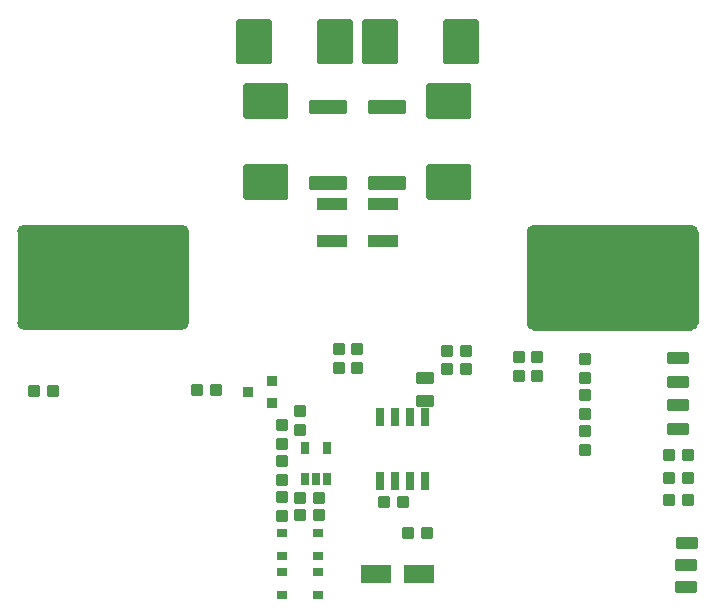
<source format=gtp>
G04*
G04 #@! TF.GenerationSoftware,Altium Limited,Altium Designer,23.10.1 (27)*
G04*
G04 Layer_Color=8421504*
%FSLAX25Y25*%
%MOIN*%
G70*
G04*
G04 #@! TF.SameCoordinates,48329E4E-80D2-4777-9540-AAF0B2507E0B*
G04*
G04*
G04 #@! TF.FilePolarity,Positive*
G04*
G01*
G75*
%ADD10C,0.01000*%
%ADD17R,0.55800X0.33500*%
G04:AMPARAMS|DCode=18|XSize=37mil|YSize=39mil|CornerRadius=1.85mil|HoleSize=0mil|Usage=FLASHONLY|Rotation=0.000|XOffset=0mil|YOffset=0mil|HoleType=Round|Shape=RoundedRectangle|*
%AMROUNDEDRECTD18*
21,1,0.03700,0.03530,0,0,0.0*
21,1,0.03330,0.03900,0,0,0.0*
1,1,0.00370,0.01665,-0.01765*
1,1,0.00370,-0.01665,-0.01765*
1,1,0.00370,-0.01665,0.01765*
1,1,0.00370,0.01665,0.01765*
%
%ADD18ROUNDEDRECTD18*%
G04:AMPARAMS|DCode=19|XSize=31mil|YSize=35mil|CornerRadius=1.55mil|HoleSize=0mil|Usage=FLASHONLY|Rotation=270.000|XOffset=0mil|YOffset=0mil|HoleType=Round|Shape=RoundedRectangle|*
%AMROUNDEDRECTD19*
21,1,0.03100,0.03190,0,0,270.0*
21,1,0.02790,0.03500,0,0,270.0*
1,1,0.00310,-0.01595,-0.01395*
1,1,0.00310,-0.01595,0.01395*
1,1,0.00310,0.01595,0.01395*
1,1,0.00310,0.01595,-0.01395*
%
%ADD19ROUNDEDRECTD19*%
G04:AMPARAMS|DCode=20|XSize=63mil|YSize=102mil|CornerRadius=7.88mil|HoleSize=0mil|Usage=FLASHONLY|Rotation=270.000|XOffset=0mil|YOffset=0mil|HoleType=Round|Shape=RoundedRectangle|*
%AMROUNDEDRECTD20*
21,1,0.06300,0.08625,0,0,270.0*
21,1,0.04725,0.10200,0,0,270.0*
1,1,0.01575,-0.04313,-0.02362*
1,1,0.01575,-0.04313,0.02362*
1,1,0.01575,0.04313,0.02362*
1,1,0.01575,0.04313,-0.02362*
%
%ADD20ROUNDEDRECTD20*%
G04:AMPARAMS|DCode=21|XSize=37mil|YSize=39mil|CornerRadius=1.85mil|HoleSize=0mil|Usage=FLASHONLY|Rotation=270.000|XOffset=0mil|YOffset=0mil|HoleType=Round|Shape=RoundedRectangle|*
%AMROUNDEDRECTD21*
21,1,0.03700,0.03530,0,0,270.0*
21,1,0.03330,0.03900,0,0,270.0*
1,1,0.00370,-0.01765,-0.01665*
1,1,0.00370,-0.01765,0.01665*
1,1,0.00370,0.01765,0.01665*
1,1,0.00370,0.01765,-0.01665*
%
%ADD21ROUNDEDRECTD21*%
G04:AMPARAMS|DCode=22|XSize=71mil|YSize=39mil|CornerRadius=4.88mil|HoleSize=0mil|Usage=FLASHONLY|Rotation=0.000|XOffset=0mil|YOffset=0mil|HoleType=Round|Shape=RoundedRectangle|*
%AMROUNDEDRECTD22*
21,1,0.07100,0.02925,0,0,0.0*
21,1,0.06125,0.03900,0,0,0.0*
1,1,0.00975,0.03063,-0.01463*
1,1,0.00975,-0.03063,-0.01463*
1,1,0.00975,-0.03063,0.01463*
1,1,0.00975,0.03063,0.01463*
%
%ADD22ROUNDEDRECTD22*%
G04:AMPARAMS|DCode=23|XSize=61mil|YSize=24mil|CornerRadius=1.2mil|HoleSize=0mil|Usage=FLASHONLY|Rotation=90.000|XOffset=0mil|YOffset=0mil|HoleType=Round|Shape=RoundedRectangle|*
%AMROUNDEDRECTD23*
21,1,0.06100,0.02160,0,0,90.0*
21,1,0.05860,0.02400,0,0,90.0*
1,1,0.00240,0.01080,0.02930*
1,1,0.00240,0.01080,-0.02930*
1,1,0.00240,-0.01080,-0.02930*
1,1,0.00240,-0.01080,0.02930*
%
%ADD23ROUNDEDRECTD23*%
G04:AMPARAMS|DCode=24|XSize=24mil|YSize=41mil|CornerRadius=1.2mil|HoleSize=0mil|Usage=FLASHONLY|Rotation=0.000|XOffset=0mil|YOffset=0mil|HoleType=Round|Shape=RoundedRectangle|*
%AMROUNDEDRECTD24*
21,1,0.02400,0.03860,0,0,0.0*
21,1,0.02160,0.04100,0,0,0.0*
1,1,0.00240,0.01080,-0.01930*
1,1,0.00240,-0.01080,-0.01930*
1,1,0.00240,-0.01080,0.01930*
1,1,0.00240,0.01080,0.01930*
%
%ADD24ROUNDEDRECTD24*%
G04:AMPARAMS|DCode=25|XSize=49mil|YSize=125mil|CornerRadius=6.13mil|HoleSize=0mil|Usage=FLASHONLY|Rotation=90.000|XOffset=0mil|YOffset=0mil|HoleType=Round|Shape=RoundedRectangle|*
%AMROUNDEDRECTD25*
21,1,0.04900,0.11275,0,0,90.0*
21,1,0.03675,0.12500,0,0,90.0*
1,1,0.01225,0.05638,0.01838*
1,1,0.01225,0.05638,-0.01838*
1,1,0.01225,-0.05638,-0.01838*
1,1,0.01225,-0.05638,0.01838*
%
%ADD25ROUNDEDRECTD25*%
G04:AMPARAMS|DCode=26|XSize=150mil|YSize=119mil|CornerRadius=5.95mil|HoleSize=0mil|Usage=FLASHONLY|Rotation=0.000|XOffset=0mil|YOffset=0mil|HoleType=Round|Shape=RoundedRectangle|*
%AMROUNDEDRECTD26*
21,1,0.15000,0.10710,0,0,0.0*
21,1,0.13810,0.11900,0,0,0.0*
1,1,0.01190,0.06905,-0.05355*
1,1,0.01190,-0.06905,-0.05355*
1,1,0.01190,-0.06905,0.05355*
1,1,0.01190,0.06905,0.05355*
%
%ADD26ROUNDEDRECTD26*%
G04:AMPARAMS|DCode=27|XSize=150mil|YSize=119mil|CornerRadius=5.95mil|HoleSize=0mil|Usage=FLASHONLY|Rotation=90.000|XOffset=0mil|YOffset=0mil|HoleType=Round|Shape=RoundedRectangle|*
%AMROUNDEDRECTD27*
21,1,0.15000,0.10710,0,0,90.0*
21,1,0.13810,0.11900,0,0,90.0*
1,1,0.01190,0.05355,0.06905*
1,1,0.01190,0.05355,-0.06905*
1,1,0.01190,-0.05355,-0.06905*
1,1,0.01190,-0.05355,0.06905*
%
%ADD27ROUNDEDRECTD27*%
G04:AMPARAMS|DCode=28|XSize=31.5mil|YSize=26mil|CornerRadius=1.3mil|HoleSize=0mil|Usage=FLASHONLY|Rotation=0.000|XOffset=0mil|YOffset=0mil|HoleType=Round|Shape=RoundedRectangle|*
%AMROUNDEDRECTD28*
21,1,0.03150,0.02340,0,0,0.0*
21,1,0.02890,0.02600,0,0,0.0*
1,1,0.00260,0.01445,-0.01170*
1,1,0.00260,-0.01445,-0.01170*
1,1,0.00260,-0.01445,0.01170*
1,1,0.00260,0.01445,0.01170*
%
%ADD28ROUNDEDRECTD28*%
G04:AMPARAMS|DCode=29|XSize=43mil|YSize=98mil|CornerRadius=2.15mil|HoleSize=0mil|Usage=FLASHONLY|Rotation=270.000|XOffset=0mil|YOffset=0mil|HoleType=Round|Shape=RoundedRectangle|*
%AMROUNDEDRECTD29*
21,1,0.04300,0.09370,0,0,270.0*
21,1,0.03870,0.09800,0,0,270.0*
1,1,0.00430,-0.04685,-0.01935*
1,1,0.00430,-0.04685,0.01935*
1,1,0.00430,0.04685,0.01935*
1,1,0.00430,0.04685,-0.01935*
%
%ADD29ROUNDEDRECTD29*%
G04:AMPARAMS|DCode=30|XSize=39mil|YSize=57mil|CornerRadius=1.95mil|HoleSize=0mil|Usage=FLASHONLY|Rotation=270.000|XOffset=0mil|YOffset=0mil|HoleType=Round|Shape=RoundedRectangle|*
%AMROUNDEDRECTD30*
21,1,0.03900,0.05310,0,0,270.0*
21,1,0.03510,0.05700,0,0,270.0*
1,1,0.00390,-0.02655,-0.01755*
1,1,0.00390,-0.02655,0.01755*
1,1,0.00390,0.02655,0.01755*
1,1,0.00390,0.02655,-0.01755*
%
%ADD30ROUNDEDRECTD30*%
D10*
X226600Y92100D02*
G03*
X228400Y93900I0J1800D01*
G01*
X172100D02*
G03*
X173900Y92100I1800J0D01*
G01*
X228400Y124400D02*
G03*
X226600Y126200I-1800J0D01*
G01*
X173900D02*
G03*
X172100Y124400I0J-1800D01*
G01*
X56800Y92200D02*
G03*
X58600Y94000I0J1800D01*
G01*
X2300D02*
G03*
X4100Y92200I1800J0D01*
G01*
X58600Y124500D02*
G03*
X56800Y126300I-1800J0D01*
G01*
X4100D02*
G03*
X2300Y124500I0J-1800D01*
G01*
X172100Y93900D02*
Y124400D01*
X228400Y93900D02*
Y124400D01*
X173900Y92100D02*
X226600D01*
X173900Y126200D02*
X226600D01*
X4100Y92200D02*
X56800D01*
X4100Y126300D02*
X56800D01*
X2300Y94000D02*
Y124500D01*
X58600Y94000D02*
Y124500D01*
D17*
X200300Y109150D02*
D03*
X30400Y109250D02*
D03*
D18*
X225300Y35000D02*
D03*
X219000D02*
D03*
X96000Y35800D02*
D03*
X102300D02*
D03*
X219000Y42500D02*
D03*
X225300D02*
D03*
X151300Y78600D02*
D03*
X145000D02*
D03*
X151400Y84600D02*
D03*
X145100D02*
D03*
X96000Y29900D02*
D03*
X102300D02*
D03*
X61700Y71800D02*
D03*
X68000D02*
D03*
X7400Y71300D02*
D03*
X13700D02*
D03*
X219000Y50000D02*
D03*
X225300D02*
D03*
X130400Y34500D02*
D03*
X124100D02*
D03*
X132100Y23900D02*
D03*
X138400D02*
D03*
D19*
X78900Y70900D02*
D03*
X86800Y67200D02*
D03*
Y74600D02*
D03*
D20*
X121500Y10200D02*
D03*
X135700D02*
D03*
D21*
X175100Y76300D02*
D03*
Y82600D02*
D03*
X109000Y85200D02*
D03*
Y78900D02*
D03*
X115000Y85200D02*
D03*
Y78900D02*
D03*
X90200Y60000D02*
D03*
Y53700D02*
D03*
X191000Y51700D02*
D03*
Y58000D02*
D03*
Y63700D02*
D03*
Y70000D02*
D03*
X90200Y48000D02*
D03*
Y41700D02*
D03*
X191000Y75700D02*
D03*
Y82000D02*
D03*
X90200Y36000D02*
D03*
Y29700D02*
D03*
X96200Y64600D02*
D03*
Y58300D02*
D03*
X169100Y82600D02*
D03*
Y76300D02*
D03*
D22*
X222000Y82500D02*
D03*
Y74500D02*
D03*
Y58600D02*
D03*
Y66600D02*
D03*
X224900Y5900D02*
D03*
Y13300D02*
D03*
X225000Y20700D02*
D03*
D23*
X122800Y41350D02*
D03*
X127800D02*
D03*
X132800D02*
D03*
X137800D02*
D03*
X132800Y62650D02*
D03*
X127800D02*
D03*
X122800D02*
D03*
X137800D02*
D03*
D24*
X97720Y41900D02*
D03*
X101460D02*
D03*
X105200D02*
D03*
Y52500D02*
D03*
X97720D02*
D03*
D25*
X105600Y140700D02*
D03*
Y165900D02*
D03*
X125100D02*
D03*
Y140700D02*
D03*
D26*
X145900Y168100D02*
D03*
Y141100D02*
D03*
X84700Y168100D02*
D03*
Y141100D02*
D03*
D27*
X122700Y187600D02*
D03*
X149700D02*
D03*
X107900D02*
D03*
X80900D02*
D03*
D28*
X90100Y16250D02*
D03*
Y24100D02*
D03*
X102100D02*
D03*
Y16250D02*
D03*
X90100Y3200D02*
D03*
Y11050D02*
D03*
X102100D02*
D03*
Y3200D02*
D03*
D29*
X123800Y133600D02*
D03*
Y121400D02*
D03*
X106900D02*
D03*
Y133600D02*
D03*
D30*
X137800Y68100D02*
D03*
Y75600D02*
D03*
M02*

</source>
